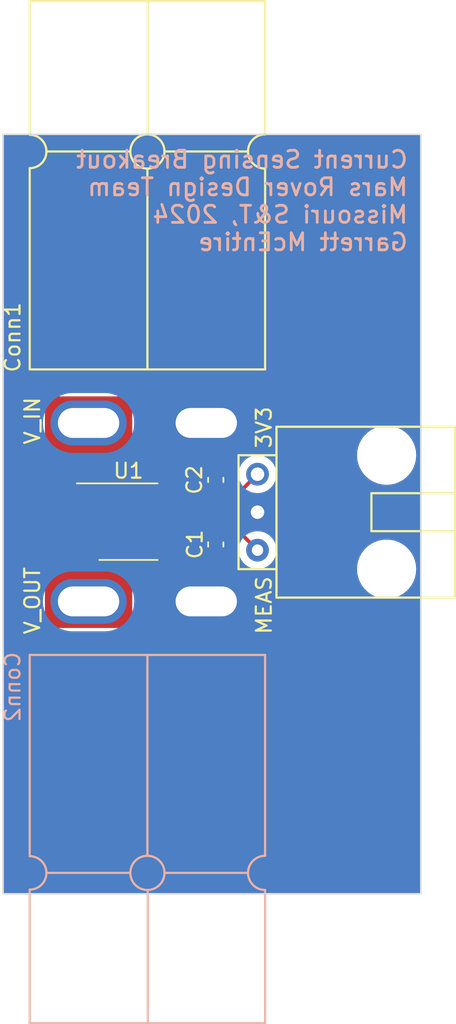
<source format=kicad_pcb>
(kicad_pcb (version 20221018) (generator pcbnew)
  (layers (0 "F.Cu" signal) (31 "B.Cu" signal) (34 "B.Paste" user) (35 "F.Paste" user) (36 "B.SilkS" user "B.Silkscreen") (37 "F.SilkS" user "F.Silkscreen") (38 "B.Mask" user) (39 "F.Mask" user) (44 "Edge.Cuts" user))
  (net 0 "")
  (net 1 "Net-(U1-FILTER)")
  (net 2 "GND")
  (net 3 "Net-(U1-VCC)")
  (net 4 "Net-(Conn1D-PV+)")
  (net 5 "Net-(Conn2D-PV+)")
  (net 6 "Net-(U1-VIOUT)")
  (footprint "MRDT_Connectors:MOLEX_SL_03_Horizontal" (layer "F.Cu") (at 65.278 48.133 -90)
    (fp_text reference "Conn3" hide)
    (fp_text value "Molex_SL_03")
    (fp_line (start -3.175 -1.27) (end -3.175 -13.208) (stroke (width 0.15)) (layer "F.SilkS"))
    (fp_line (start -1.27 -1.27) (end -3.175 -1.27) (stroke (width 0.15)) (layer "F.SilkS"))
    (fp_line (start -1.27 1.27) (end -1.27 -1.27) (stroke (width 0.15)) (layer "F.SilkS"))
    (fp_line (start 1.27 -13.208) (end 1.27 -12.7) (stroke (width 0.15)) (layer "F.SilkS"))
    (fp_line (start 1.27 -8.89) (end 1.27 -12.7) (stroke (width 0.15)) (layer "F.SilkS"))
    (fp_line (start 1.27 -8.89) (end 1.27 -7.62) (stroke (width 0.15)) (layer "F.SilkS"))
    (fp_line (start 3.81 -13.208) (end 3.81 -7.62) (stroke (width 0.15)) (layer "F.SilkS"))
    (fp_line (start 3.81 -7.62) (end 1.27 -7.62) (stroke (width 0.15)) (layer "F.SilkS"))
    (fp_line (start 6.35 -1.27) (end 6.35 1.27) (stroke (width 0.15)) (layer "F.SilkS"))
    (fp_line (start 6.35 1.27) (end -1.27 1.27) (stroke (width 0.15)) (layer "F.SilkS"))
    (fp_line (start 8.255 -13.208) (end -3.175 -13.208) (stroke (width 0.15)) (layer "F.SilkS"))
    (fp_line (start 8.255 -1.27) (end -1.27 -1.27) (stroke (width 0.15)) (layer "F.SilkS"))
    (fp_line (start 8.255 -1.27) (end 8.255 -13.208) (stroke (width 0.15)) (layer "F.SilkS"))
    (pad "" np_thru_hole circle (at -1.27 -8.636 270) (size 3.45 3.45) (drill 3.45) (layers "*.Cu" "*.Mask"))
    (pad "" np_thru_hole circle (at 6.35 -8.636 270) (size 3.45 3.45) (drill 3.45) (layers "*.Cu" "*.Mask"))
    (pad "1" thru_hole circle (at 0 0 270) (size 1.524 1.524) (drill 0.9) (layers "*.Cu" "*.Mask") (net 3 "Net-(U1-VCC)"))
    (pad "2" thru_hole circle (at 2.54 0 270) (size 1.524 1.524) (drill 0.9) (layers "*.Cu" "*.Mask") (net 2 "GND"))
    (pad "3" thru_hole circle (at 5.08 0 270) (size 1.524 1.524) (drill 0.762) (layers "*.Cu" "*.Mask") (net 6 "Net-(U1-VIOUT)"))
  )
  (footprint "Capacitor_SMD:C_0603_1608Metric_Pad1.08x0.95mm_HandSolder" (layer "F.Cu") (at 62.484 52.832 -90)
    (fp_text reference "C1" (at 0 1.397 90) (layer "F.SilkS"))
    (fp_text value "1nF")
    (fp_line (start -0.146267 -0.51) (end 0.146267 -0.51) (stroke (width 0.12)) (layer "F.SilkS"))
    (fp_line (start -0.146267 0.51) (end 0.146267 0.51) (stroke (width 0.12)) (layer "F.SilkS"))
    (pad "1" smd roundrect (at -0.8625 0 270) (size 1.075 0.95) (layers "F.Cu" "F.Paste" "F.Mask") (net 1 "Net-(U1-FILTER)"))
    (pad "2" smd roundrect (at 0.8625 0 270) (size 1.075 0.95) (layers "F.Cu" "F.Paste" "F.Mask") (net 2 "GND"))
  )
  (footprint "Capacitor_SMD:C_0603_1608Metric_Pad1.08x0.95mm_HandSolder" (layer "F.Cu") (at 62.484 48.514 90)
    (fp_text reference "C2" (at 0 -1.43 90) (layer "F.SilkS"))
    (fp_text value "0.1nF")
    (fp_line (start -0.146267 -0.51) (end 0.146267 -0.51) (stroke (width 0.12)) (layer "F.SilkS"))
    (fp_line (start -0.146267 0.51) (end 0.146267 0.51) (stroke (width 0.12)) (layer "F.SilkS"))
    (pad "1" smd roundrect (at -0.8625 0 90) (size 1.075 0.95) (layers "F.Cu" "F.Paste" "F.Mask") (net 3 "Net-(U1-VCC)"))
    (pad "2" smd roundrect (at 0.8625 0 90) (size 1.075 0.95) (layers "F.Cu" "F.Paste" "F.Mask") (net 2 "GND"))
  )
  (footprint "Package_SO:SOIC-8_3.9x4.9mm_P1.27mm" (layer "F.Cu") (at 56.642 51.308)
    (fp_text reference "U1" (at 0 -3.4) (layer "F.SilkS"))
    (fp_text value "ACS725xLCTR-20AB")
    (fp_line (start 0 -2.56) (end -3.45 -2.56) (stroke (width 0.12)) (layer "F.SilkS"))
    (fp_line (start 0 -2.56) (end 1.95 -2.56) (stroke (width 0.12)) (layer "F.SilkS"))
    (fp_line (start 0 2.56) (end -1.95 2.56) (stroke (width 0.12)) (layer "F.SilkS"))
    (fp_line (start 0 2.56) (end 1.95 2.56) (stroke (width 0.12)) (layer "F.SilkS"))
    (pad "1" smd roundrect (at -2.475 -1.905) (size 1.95 0.6) (layers "F.Cu" "F.Paste" "F.Mask") (net 4 "Net-(Conn1D-PV+)"))
    (pad "2" smd roundrect (at -2.475 -0.635) (size 1.95 0.6) (layers "F.Cu" "F.Paste" "F.Mask") (net 4 "Net-(Conn1D-PV+)"))
    (pad "3" smd roundrect (at -2.475 0.635) (size 1.95 0.6) (layers "F.Cu" "F.Paste" "F.Mask") (net 5 "Net-(Conn2D-PV+)"))
    (pad "4" smd roundrect (at -2.475 1.905) (size 1.95 0.6) (layers "F.Cu" "F.Paste" "F.Mask") (net 5 "Net-(Conn2D-PV+)"))
    (pad "5" smd roundrect (at 2.475 1.905) (size 1.95 0.6) (layers "F.Cu" "F.Paste" "F.Mask") (net 2 "GND"))
    (pad "6" smd roundrect (at 2.475 0.635) (size 1.95 0.6) (layers "F.Cu" "F.Paste" "F.Mask") (net 1 "Net-(U1-FILTER)"))
    (pad "7" smd roundrect (at 2.475 -0.635) (size 1.95 0.6) (layers "F.Cu" "F.Paste" "F.Mask") (net 6 "Net-(U1-VIOUT)"))
    (pad "8" smd roundrect (at 2.475 -1.905) (size 1.95 0.6) (layers "F.Cu" "F.Paste" "F.Mask") (net 3 "Net-(U1-VCC)"))
  )
  (footprint "MRDT_Connectors:Square_Anderson_2_H_Side_By_Side_PV" (layer "F.Cu") (at 62.149 44.8286 -90)
    (fp_text reference "Conn1" (at -5.85 13.25 90) (layer "F.SilkS"))
    (fp_text value "AndersonPP")
    (fp_line (start -28.344 -3.637) (end -28.344 12.111) (stroke (width 0.15)) (layer "F.SilkS"))
    (fp_line (start -28.3186 -3.637) (end -20.5716 -3.637) (stroke (width 0.15)) (layer "F.SilkS"))
    (fp_line (start -28.3186 4.2116) (end -19.4286 4.2116) (stroke (width 0.15)) (layer "F.SilkS"))
    (fp_line (start -20.597 12.111) (end -19.4286 12.111) (stroke (width 0.15)) (layer "F.SilkS"))
    (fp_line (start -20.5716 12.111) (end -28.3186 12.111) (stroke (width 0.15)) (layer "F.SilkS"))
    (fp_line (start -19.4286 -3.637) (end -20.6478 -3.637) (stroke (width 0.15)) (layer "F.SilkS"))
    (fp_line (start -18.2856 -2.494) (end -18.2856 -1.3256) (stroke (width 0.15)) (layer "F.SilkS"))
    (fp_line (start -18.2856 1.951) (end -18.2856 -1.3256) (stroke (width 0.15)) (layer "F.SilkS"))
    (fp_line (start -18.2856 1.951) (end -18.2856 3.094) (stroke (width 0.15)) (layer "F.SilkS"))
    (fp_line (start -18.2856 6.523) (end -18.2856 5.38) (stroke (width 0.15)) (layer "F.SilkS"))
    (fp_line (start -18.2856 6.523) (end -18.2856 9.825) (stroke (width 0.15)) (layer "F.SilkS"))
    (fp_line (start -18.2856 9.7996) (end -18.2856 10.968) (stroke (width 0.15)) (layer "F.SilkS"))
    (fp_line (start -16.025 -3.637) (end -17.1172 -3.637) (stroke (width 0.15)) (layer "F.SilkS"))
    (fp_line (start -15.9996 -3.637) (end -3.706 -3.637) (stroke (width 0.15)) (layer "F.SilkS"))
    (fp_line (start -15.9996 4.237) (end -17.1426 4.237) (stroke (width 0.15)) (layer "F.SilkS"))
    (fp_line (start -15.9996 4.237) (end -3.706 4.237) (stroke (width 0.15)) (layer "F.SilkS"))
    (fp_line (start -15.9996 12.111) (end -3.706 12.111) (stroke (width 0.15)) (layer "F.SilkS"))
    (fp_line (start -15.9742 12.111) (end -17.168 12.111) (stroke (width 0.15)) (layer "F.SilkS"))
    (fp_line (start -3.706 -3.637) (end -3.706 12.111) (stroke (width 0.15)) (layer "F.SilkS"))
    (fp_arc (start -19.4032 12.111) (mid -19.075863 11.320737) (end -18.2856 10.9934) (stroke (width 0.15)) (layer "F.SilkS"))
    (fp_arc (start -18.2856 -2.494) (mid -19.093823 -2.828777) (end -19.4286 -3.637) (stroke (width 0.15)) (layer "F.SilkS"))
    (fp_arc (start -18.2856 10.9934) (mid -17.495337 11.320737) (end -17.168 12.111) (stroke (width 0.15)) (layer "F.SilkS"))
    (fp_arc (start -17.1426 -3.637) (mid -17.477377 -2.828777) (end -18.2856 -2.494) (stroke (width 0.15)) (layer "F.SilkS"))
    (fp_circle (center -18.2856 4.237) (end -18.2856 5.38) (stroke (width 0.15)) (fill none) (layer "F.SilkS"))
    (pad "1" thru_hole oval (at -0.1246 0.3 270) (size 3 5.1) (drill oval 2 4.1) (layers "*.Cu" "*.Mask") (net 2 "GND"))
    (pad "4" thru_hole oval (at -0.1246 8.174 270) (size 3 5.1) (drill oval 2 4.1) (layers "*.Cu" "*.Mask") (net 4 "Net-(Conn1D-PV+)"))
  )
  (footprint "MRDT_Connectors:Square_Anderson_2_H_Side_By_Side_PV" (layer "B.Cu") (at 62.149 56.5174 90)
    (fp_text reference "Conn2" (at -5.85 -13.25 90) (layer "B.SilkS") (effects (justify mirror)))
    (fp_text value "AndersonPP")
    (fp_line (start -28.344 3.637) (end -28.344 -12.111) (stroke (width 0.15)) (layer "B.SilkS"))
    (fp_line (start -28.3186 -4.2116) (end -19.4286 -4.2116) (stroke (width 0.15)) (layer "B.SilkS"))
    (fp_line (start -28.3186 3.637) (end -20.5716 3.637) (stroke (width 0.15)) (layer "B.SilkS"))
    (fp_line (start -20.597 -12.111) (end -19.4286 -12.111) (stroke (width 0.15)) (layer "B.SilkS"))
    (fp_line (start -20.5716 -12.111) (end -28.3186 -12.111) (stroke (width 0.15)) (layer "B.SilkS"))
    (fp_line (start -19.4286 3.637) (end -20.6478 3.637) (stroke (width 0.15)) (layer "B.SilkS"))
    (fp_line (start -18.2856 -9.7996) (end -18.2856 -10.968) (stroke (width 0.15)) (layer "B.SilkS"))
    (fp_line (start -18.2856 -6.523) (end -18.2856 -9.825) (stroke (width 0.15)) (layer "B.SilkS"))
    (fp_line (start -18.2856 -6.523) (end -18.2856 -5.38) (stroke (width 0.15)) (layer "B.SilkS"))
    (fp_line (start -18.2856 -1.951) (end -18.2856 -3.094) (stroke (width 0.15)) (layer "B.SilkS"))
    (fp_line (start -18.2856 -1.951) (end -18.2856 1.3256) (stroke (width 0.15)) (layer "B.SilkS"))
    (fp_line (start -18.2856 2.494) (end -18.2856 1.3256) (stroke (width 0.15)) (layer "B.SilkS"))
    (fp_line (start -16.025 3.637) (end -17.1172 3.637) (stroke (width 0.15)) (layer "B.SilkS"))
    (fp_line (start -15.9996 -12.111) (end -3.706 -12.111) (stroke (width 0.15)) (layer "B.SilkS"))
    (fp_line (start -15.9996 -4.237) (end -17.1426 -4.237) (stroke (width 0.15)) (layer "B.SilkS"))
    (fp_line (start -15.9996 -4.237) (end -3.706 -4.237) (stroke (width 0.15)) (layer "B.SilkS"))
    (fp_line (start -15.9996 3.637) (end -3.706 3.637) (stroke (width 0.15)) (layer "B.SilkS"))
    (fp_line (start -15.9742 -12.111) (end -17.168 -12.111) (stroke (width 0.15)) (layer "B.SilkS"))
    (fp_line (start -3.706 3.637) (end -3.706 -12.111) (stroke (width 0.15)) (layer "B.SilkS"))
    (fp_arc (start -19.4286 3.637) (mid -19.093823 2.828777) (end -18.2856 2.494) (stroke (width 0.15)) (layer "B.SilkS"))
    (fp_arc (start -18.2856 -10.9934) (mid -19.075863 -11.320737) (end -19.4032 -12.111) (stroke (width 0.15)) (layer "B.SilkS"))
    (fp_arc (start -18.2856 2.494) (mid -17.477377 2.828777) (end -17.1426 3.637) (stroke (width 0.15)) (layer "B.SilkS"))
    (fp_arc (start -17.168 -12.111) (mid -17.495337 -11.320737) (end -18.2856 -10.9934) (stroke (width 0.15)) (layer "B.SilkS"))
    (fp_circle (center -18.2856 -4.237) (end -18.2856 -5.38) (stroke (width 0.15)) (fill none) (layer "B.SilkS"))
    (pad "1" thru_hole oval (at -0.1246 -0.3 90) (size 3 5.1) (drill oval 2 4.1) (layers "*.Cu" "*.Mask") (net 2 "GND"))
    (pad "4" thru_hole oval (at -0.1246 -8.174 90) (size 3 5.1) (drill oval 2 4.1) (layers "*.Cu" "*.Mask") (net 5 "Net-(Conn2D-PV+)"))
  )
  (gr_line (start 76.2 25.4) (end 76.2 53.34) (stroke (width 0.1)) (layer "Edge.Cuts"))
  (gr_line (start 48.26 25.4) (end 76.2 25.4) (stroke (width 0.1)) (layer "Edge.Cuts"))
  (gr_line (start 76.2 53.34) (end 76.2 66.04) (stroke (width 0.1)) (layer "Edge.Cuts"))
  (gr_line (start 48.26 76.2) (end 48.26 25.4) (stroke (width 0.1)) (layer "Edge.Cuts"))
  (gr_line (start 76.2 66.04) (end 76.2 76.2) (stroke (width 0.1)) (layer "Edge.Cuts"))
  (gr_line (start 76.2 76.2) (end 48.26 76.2) (stroke (width 0.1)) (layer "Edge.Cuts"))
  (gr_text "Current Sensing Breakout\nMars Rover Design Team\nMissouri S&T, 2024\nGarrett McEntire" (at 75.438 33.274) (layer "B.SilkS") (effects (font (size 1.143 1.143) (thickness 0.1875)) (justify left bottom mirror)))
  (gr_text "3V3" (at 66.294 46.482 90) (layer "F.SilkS") (effects (font (size 1 1)) (justify left bottom)))
  (gr_text "V_IN" (at 50.8 46.228 90) (layer "F.SilkS") (effects (font (size 1 1)) (justify left bottom)))
  (gr_text "V_OUT" (at 50.8 58.928 90) (layer "F.SilkS") (effects (font (size 1 1)) (justify left bottom)))
  (gr_text "MEAS" (at 66.294 58.928 90) (layer "F.SilkS") (effects (font (size 1 1)) (justify left bottom)))
  (segment (start 62.4575 51.943) (end 62.484 51.9695) (width 0.25) (layer "F.Cu") (net 1))
  (segment (start 59.117 51.943) (end 62.4575 51.943) (width 0.25) (layer "F.Cu") (net 1))
  (segment (start 59.117 49.403) (end 61.976 49.403) (width 0.25) (layer "F.Cu") (net 3))
  (segment (start 61.976 49.403) (end 62.4575 49.403) (width 0.25) (layer "F.Cu") (net 3))
  (segment (start 64.008 49.403) (end 61.976 49.403) (width 0.25) (layer "F.Cu") (net 3))
  (segment (start 62.4575 49.403) (end 62.484 49.3765) (width 0.25) (layer "F.Cu") (net 3))
  (segment (start 65.278 48.133) (end 64.008 49.403) (width 0.25) (layer "F.Cu") (net 3))
  (segment (start 62.738 50.673) (end 65.278 53.213) (width 0.25) (layer "F.Cu") (net 6))
  (segment (start 59.117 50.673) (end 62.738 50.673) (width 0.25) (layer "F.Cu") (net 6))
  (zone (net 4) (net_name "Net-(Conn1D-PV+)") (layer "F.Cu") (name "P_In") (priority 1) (connect_pads yes (clearance 0.5)) (min_thickness 0.25) (fill yes (thermal_gap 0.5) (thermal_bridge_width 0.5))
    (polygon (pts (xy 56.896 51.054) (xy 51.054 51.054) (xy 51.054 42.926) (xy 56.896 42.926)))
  )
  (zone (net 5) (net_name "Net-(Conn2D-PV+)") (layer "F.Cu") (name "PV_Out") (priority 1) (connect_pads yes (clearance 0.5)) (min_thickness 0.25) (fill yes (thermal_gap 0.5) (thermal_bridge_width 0.5))
    (polygon (pts (xy 56.896 51.562) (xy 51.054 51.562) (xy 51.054 58.42) (xy 56.896 58.42)))
  )
  (zone (net 2) (net_name "GND") (layers "F&B.Cu") (connect_pads yes (clearance 0.5)) (min_thickness 0.25) (fill yes (thermal_gap 0.5) (thermal_bridge_width 0.5))
    (polygon (pts (xy 76.2 76.2) (xy 48.26 76.2) (xy 48.26 25.4) (xy 76.2 25.4)))
  )
)
</source>
